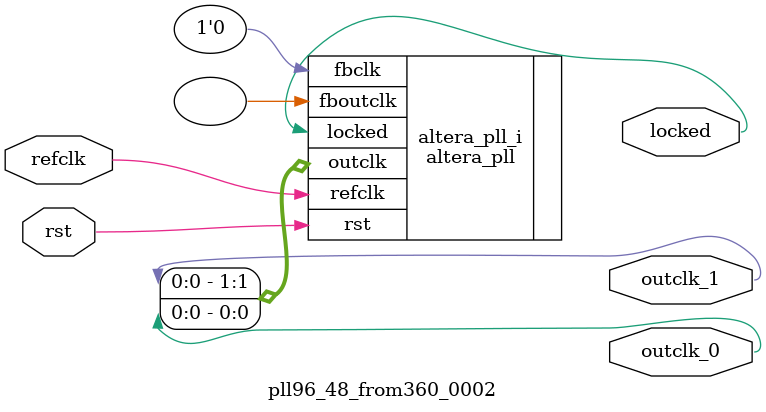
<source format=v>
`timescale 1ns/10ps
module  pll96_48_from360_0002(

	// interface 'refclk'
	input wire refclk,

	// interface 'reset'
	input wire rst,

	// interface 'outclk0'
	output wire outclk_0,

	// interface 'outclk1'
	output wire outclk_1,

	// interface 'locked'
	output wire locked
);

	altera_pll #(
		.fractional_vco_multiplier("false"),
		.reference_clock_frequency("360.0 MHz"),
		.operation_mode("direct"),
		.number_of_clocks(2),
		.output_clock_frequency0("96.000000 MHz"),
		.phase_shift0("0 ps"),
		.duty_cycle0(50),
		.output_clock_frequency1("48.000000 MHz"),
		.phase_shift1("0 ps"),
		.duty_cycle1(50),
		.output_clock_frequency2("0 MHz"),
		.phase_shift2("0 ps"),
		.duty_cycle2(50),
		.output_clock_frequency3("0 MHz"),
		.phase_shift3("0 ps"),
		.duty_cycle3(50),
		.output_clock_frequency4("0 MHz"),
		.phase_shift4("0 ps"),
		.duty_cycle4(50),
		.output_clock_frequency5("0 MHz"),
		.phase_shift5("0 ps"),
		.duty_cycle5(50),
		.output_clock_frequency6("0 MHz"),
		.phase_shift6("0 ps"),
		.duty_cycle6(50),
		.output_clock_frequency7("0 MHz"),
		.phase_shift7("0 ps"),
		.duty_cycle7(50),
		.output_clock_frequency8("0 MHz"),
		.phase_shift8("0 ps"),
		.duty_cycle8(50),
		.output_clock_frequency9("0 MHz"),
		.phase_shift9("0 ps"),
		.duty_cycle9(50),
		.output_clock_frequency10("0 MHz"),
		.phase_shift10("0 ps"),
		.duty_cycle10(50),
		.output_clock_frequency11("0 MHz"),
		.phase_shift11("0 ps"),
		.duty_cycle11(50),
		.output_clock_frequency12("0 MHz"),
		.phase_shift12("0 ps"),
		.duty_cycle12(50),
		.output_clock_frequency13("0 MHz"),
		.phase_shift13("0 ps"),
		.duty_cycle13(50),
		.output_clock_frequency14("0 MHz"),
		.phase_shift14("0 ps"),
		.duty_cycle14(50),
		.output_clock_frequency15("0 MHz"),
		.phase_shift15("0 ps"),
		.duty_cycle15(50),
		.output_clock_frequency16("0 MHz"),
		.phase_shift16("0 ps"),
		.duty_cycle16(50),
		.output_clock_frequency17("0 MHz"),
		.phase_shift17("0 ps"),
		.duty_cycle17(50),
		.pll_type("General"),
		.pll_subtype("General")
	) altera_pll_i (
		.rst	(rst),
		.outclk	({outclk_1, outclk_0}),
		.locked	(locked),
		.fboutclk	( ),
		.fbclk	(1'b0),
		.refclk	(refclk)
	);
endmodule


</source>
